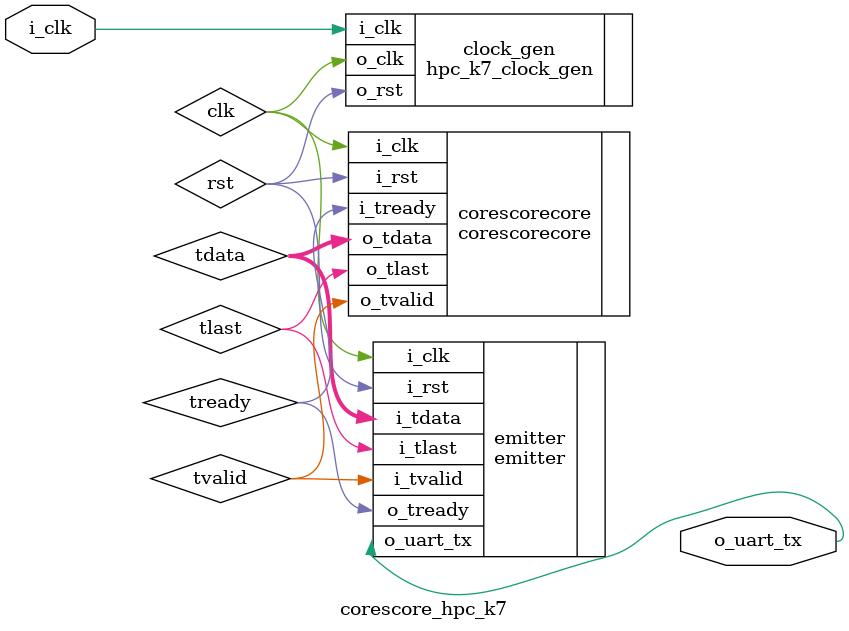
<source format=v>
`default_nettype none
module corescore_hpc_k7
(
 input wire  i_clk,
 output wire o_uart_tx);

   wire      clk;
   wire      rst;

   hpc_k7_clock_gen clock_gen
     (.i_clk (i_clk),
      .o_clk (clk),
      .o_rst (rst));

   parameter memfile_emitter = "emitter.hex";

   wire [7:0]  tdata;
   wire        tlast;
   wire        tvalid;
   wire        tready;

   corescorecore corescorecore
     (.i_clk     (clk),
      .i_rst     (rst),
      .o_tdata   (tdata),
      .o_tlast   (tlast),
      .o_tvalid  (tvalid),
      .i_tready  (tready));

   emitter #(.memfile (memfile_emitter)) emitter
     (.i_clk     (clk),
      .i_rst     (rst),
      .i_tdata   (tdata),
      .i_tlast   (tlast),
      .i_tvalid  (tvalid),
      .o_tready  (tready),
      .o_uart_tx (o_uart_tx));

endmodule

</source>
